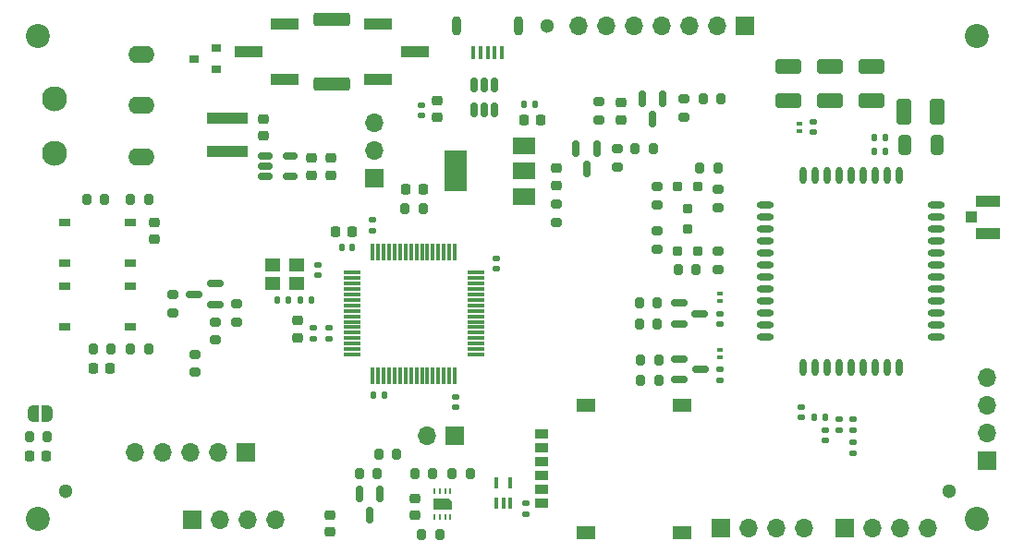
<source format=gbr>
%TF.GenerationSoftware,KiCad,Pcbnew,(6.0.0)*%
%TF.CreationDate,2023-11-18T00:08:50-03:00*%
%TF.ProjectId,LevelSensor_v2.0,4c657665-6c53-4656-9e73-6f725f76322e,rev?*%
%TF.SameCoordinates,Original*%
%TF.FileFunction,Soldermask,Top*%
%TF.FilePolarity,Negative*%
%FSLAX46Y46*%
G04 Gerber Fmt 4.6, Leading zero omitted, Abs format (unit mm)*
G04 Created by KiCad (PCBNEW (6.0.0)) date 2023-11-18 00:08:50*
%MOMM*%
%LPD*%
G01*
G04 APERTURE LIST*
G04 Aperture macros list*
%AMRoundRect*
0 Rectangle with rounded corners*
0 $1 Rounding radius*
0 $2 $3 $4 $5 $6 $7 $8 $9 X,Y pos of 4 corners*
0 Add a 4 corners polygon primitive as box body*
4,1,4,$2,$3,$4,$5,$6,$7,$8,$9,$2,$3,0*
0 Add four circle primitives for the rounded corners*
1,1,$1+$1,$2,$3*
1,1,$1+$1,$4,$5*
1,1,$1+$1,$6,$7*
1,1,$1+$1,$8,$9*
0 Add four rect primitives between the rounded corners*
20,1,$1+$1,$2,$3,$4,$5,0*
20,1,$1+$1,$4,$5,$6,$7,0*
20,1,$1+$1,$6,$7,$8,$9,0*
20,1,$1+$1,$8,$9,$2,$3,0*%
%AMFreePoly0*
4,1,22,0.500000,-0.750000,0.000000,-0.750000,0.000000,-0.745033,-0.079941,-0.743568,-0.215256,-0.701293,-0.333266,-0.622738,-0.424486,-0.514219,-0.481581,-0.384460,-0.499164,-0.250000,-0.500000,-0.250000,-0.500000,0.250000,-0.499164,0.250000,-0.499963,0.256109,-0.478152,0.396186,-0.417904,0.524511,-0.324060,0.630769,-0.204165,0.706417,-0.067858,0.745374,0.000000,0.744959,0.000000,0.750000,
0.500000,0.750000,0.500000,-0.750000,0.500000,-0.750000,$1*%
%AMFreePoly1*
4,1,20,0.000000,0.744959,0.073905,0.744508,0.209726,0.703889,0.328688,0.626782,0.421226,0.519385,0.479903,0.390333,0.500000,0.250000,0.500000,-0.250000,0.499851,-0.262216,0.476331,-0.402017,0.414519,-0.529596,0.319384,-0.634700,0.198574,-0.708877,0.061801,-0.746166,0.000000,-0.745033,0.000000,-0.750000,-0.500000,-0.750000,-0.500000,0.750000,0.000000,0.750000,0.000000,0.744959,
0.000000,0.744959,$1*%
%AMFreePoly2*
4,1,6,0.500000,-0.850000,-0.500000,-0.850000,-0.500000,0.550000,-0.200000,0.850000,0.500000,0.850000,0.500000,-0.850000,0.500000,-0.850000,$1*%
G04 Aperture macros list end*
%ADD10C,1.300000*%
%ADD11R,0.900000X0.800000*%
%ADD12RoundRect,0.218750X0.218750X0.256250X-0.218750X0.256250X-0.218750X-0.256250X0.218750X-0.256250X0*%
%ADD13R,0.600000X0.400000*%
%ADD14R,1.000000X0.750000*%
%ADD15RoundRect,0.200000X0.200000X0.275000X-0.200000X0.275000X-0.200000X-0.275000X0.200000X-0.275000X0*%
%ADD16RoundRect,0.200000X-0.275000X0.200000X-0.275000X-0.200000X0.275000X-0.200000X0.275000X0.200000X0*%
%ADD17C,2.200000*%
%ADD18RoundRect,0.200000X-0.200000X-0.275000X0.200000X-0.275000X0.200000X0.275000X-0.200000X0.275000X0*%
%ADD19RoundRect,0.150000X0.587500X0.150000X-0.587500X0.150000X-0.587500X-0.150000X0.587500X-0.150000X0*%
%ADD20C,2.300000*%
%ADD21RoundRect,0.135000X-0.185000X0.135000X-0.185000X-0.135000X0.185000X-0.135000X0.185000X0.135000X0*%
%ADD22RoundRect,0.218750X-0.218750X-0.256250X0.218750X-0.256250X0.218750X0.256250X-0.218750X0.256250X0*%
%ADD23RoundRect,0.140000X-0.140000X-0.170000X0.140000X-0.170000X0.140000X0.170000X-0.140000X0.170000X0*%
%ADD24R,1.700000X1.700000*%
%ADD25O,1.700000X1.700000*%
%ADD26RoundRect,0.075000X-0.700000X-0.075000X0.700000X-0.075000X0.700000X0.075000X-0.700000X0.075000X0*%
%ADD27RoundRect,0.075000X-0.075000X-0.700000X0.075000X-0.700000X0.075000X0.700000X-0.075000X0.700000X0*%
%ADD28RoundRect,0.150000X-0.587500X-0.150000X0.587500X-0.150000X0.587500X0.150000X-0.587500X0.150000X0*%
%ADD29RoundRect,0.225000X-0.225000X-0.250000X0.225000X-0.250000X0.225000X0.250000X-0.225000X0.250000X0*%
%ADD30O,0.900000X1.800000*%
%ADD31R,0.400000X1.200000*%
%ADD32RoundRect,0.150000X-0.150000X0.587500X-0.150000X-0.587500X0.150000X-0.587500X0.150000X0.587500X0*%
%ADD33RoundRect,0.140000X-0.170000X0.140000X-0.170000X-0.140000X0.170000X-0.140000X0.170000X0.140000X0*%
%ADD34RoundRect,0.250000X-0.412500X-0.925000X0.412500X-0.925000X0.412500X0.925000X-0.412500X0.925000X0*%
%ADD35RoundRect,0.150000X-0.512500X-0.150000X0.512500X-0.150000X0.512500X0.150000X-0.512500X0.150000X0*%
%ADD36RoundRect,0.135000X0.135000X0.185000X-0.135000X0.185000X-0.135000X-0.185000X0.135000X-0.185000X0*%
%ADD37RoundRect,0.225000X-0.250000X0.225000X-0.250000X-0.225000X0.250000X-0.225000X0.250000X0.225000X0*%
%ADD38RoundRect,0.225000X0.250000X-0.225000X0.250000X0.225000X-0.250000X0.225000X-0.250000X-0.225000X0*%
%ADD39RoundRect,0.140000X0.140000X0.170000X-0.140000X0.170000X-0.140000X-0.170000X0.140000X-0.170000X0*%
%ADD40RoundRect,0.140000X0.170000X-0.140000X0.170000X0.140000X-0.170000X0.140000X-0.170000X-0.140000X0*%
%ADD41RoundRect,0.250000X-1.425000X0.362500X-1.425000X-0.362500X1.425000X-0.362500X1.425000X0.362500X0*%
%ADD42RoundRect,0.200000X0.275000X-0.200000X0.275000X0.200000X-0.275000X0.200000X-0.275000X-0.200000X0*%
%ADD43RoundRect,0.100000X-0.300000X-0.350000X0.300000X-0.350000X0.300000X0.350000X-0.300000X0.350000X0*%
%ADD44R,1.800000X1.300000*%
%ADD45R,1.200000X0.900000*%
%ADD46R,2.510000X1.000000*%
%ADD47RoundRect,0.218750X0.256250X-0.218750X0.256250X0.218750X-0.256250X0.218750X-0.256250X-0.218750X0*%
%ADD48RoundRect,0.250000X0.325000X0.650000X-0.325000X0.650000X-0.325000X-0.650000X0.325000X-0.650000X0*%
%ADD49RoundRect,0.100000X0.300000X0.350000X-0.300000X0.350000X-0.300000X-0.350000X0.300000X-0.350000X0*%
%ADD50R,2.000000X1.500000*%
%ADD51R,2.000000X3.800000*%
%ADD52R,0.350000X1.000000*%
%ADD53RoundRect,0.250000X0.925000X-0.412500X0.925000X0.412500X-0.925000X0.412500X-0.925000X-0.412500X0*%
%ADD54R,1.400000X1.200000*%
%ADD55RoundRect,0.218750X-0.256250X0.218750X-0.256250X-0.218750X0.256250X-0.218750X0.256250X0.218750X0*%
%ADD56O,2.400000X1.600000*%
%ADD57RoundRect,0.225000X0.225000X0.250000X-0.225000X0.250000X-0.225000X-0.250000X0.225000X-0.250000X0*%
%ADD58O,1.600000X0.600000*%
%ADD59O,0.600000X1.600000*%
%ADD60FreePoly0,0.000000*%
%ADD61FreePoly1,0.000000*%
%ADD62RoundRect,0.150000X-0.150000X0.512500X-0.150000X-0.512500X0.150000X-0.512500X0.150000X0.512500X0*%
%ADD63RoundRect,0.135000X-0.135000X-0.185000X0.135000X-0.185000X0.135000X0.185000X-0.135000X0.185000X0*%
%ADD64R,0.250000X0.550000*%
%ADD65FreePoly2,270.000000*%
%ADD66R,3.700000X1.100000*%
%ADD67R,1.050000X1.000000*%
%ADD68R,2.200000X1.050000*%
G04 APERTURE END LIST*
D10*
%TO.C,H7*%
X170789600Y-58674000D03*
%TD*%
%TO.C,H6*%
X207619600Y-101371400D03*
%TD*%
%TO.C,H5*%
X126669800Y-101371400D03*
%TD*%
D11*
%TO.C,Q9*%
X140446000Y-62672000D03*
X140446000Y-60772000D03*
X138446000Y-61722000D03*
%TD*%
D12*
%TO.C,D1*%
X124892000Y-98171000D03*
X123317000Y-98171000D03*
%TD*%
D13*
%TO.C,D8*%
X186560700Y-88431200D03*
X186560700Y-89131200D03*
%TD*%
D14*
%TO.C,SW3*%
X126604000Y-76708000D03*
X132604000Y-76708000D03*
X126604000Y-80458000D03*
X132604000Y-80458000D03*
%TD*%
D15*
%TO.C,R9*%
X160909000Y-105359200D03*
X159259000Y-105359200D03*
%TD*%
D16*
%TO.C,R32*%
X171577000Y-75057000D03*
X171577000Y-76707000D03*
%TD*%
D17*
%TO.C,H2*%
X210131660Y-59641740D03*
%TD*%
D15*
%TO.C,R11*%
X155193000Y-99755000D03*
X153543000Y-99755000D03*
%TD*%
D18*
%TO.C,R27*%
X184770100Y-71771900D03*
X186420100Y-71771900D03*
%TD*%
D19*
%TO.C,Q3*%
X140335000Y-84262000D03*
X140335000Y-82362000D03*
X138460000Y-83312000D03*
%TD*%
D20*
%TO.C,J2*%
X125603000Y-65405000D03*
X125603000Y-70405000D03*
%TD*%
D21*
%TO.C,R25*%
X197485000Y-94738000D03*
X197485000Y-95758000D03*
%TD*%
D15*
%TO.C,R4*%
X134239000Y-74616000D03*
X132589000Y-74616000D03*
%TD*%
D22*
%TO.C,D2*%
X157810000Y-73660000D03*
X159385000Y-73660000D03*
%TD*%
D23*
%TO.C,C30*%
X200766800Y-68935600D03*
X201726800Y-68935600D03*
%TD*%
D24*
%TO.C,J4*%
X186690000Y-104775000D03*
D25*
X189230000Y-104775000D03*
X191770000Y-104775000D03*
X194310000Y-104775000D03*
%TD*%
D15*
%TO.C,R3*%
X134239000Y-88332000D03*
X132589000Y-88332000D03*
%TD*%
%TO.C,R18*%
X160274000Y-99771200D03*
X158624000Y-99771200D03*
%TD*%
D24*
%TO.C,J13*%
X211074000Y-98552000D03*
D25*
X211074000Y-96012000D03*
X211074000Y-93472000D03*
X211074000Y-90932000D03*
%TD*%
D26*
%TO.C,U3*%
X152872000Y-81340000D03*
X152872000Y-81840000D03*
X152872000Y-82340000D03*
X152872000Y-82840000D03*
X152872000Y-83340000D03*
X152872000Y-83840000D03*
X152872000Y-84340000D03*
X152872000Y-84840000D03*
X152872000Y-85340000D03*
X152872000Y-85840000D03*
X152872000Y-86340000D03*
X152872000Y-86840000D03*
X152872000Y-87340000D03*
X152872000Y-87840000D03*
X152872000Y-88340000D03*
X152872000Y-88840000D03*
D27*
X154797000Y-90765000D03*
X155297000Y-90765000D03*
X155797000Y-90765000D03*
X156297000Y-90765000D03*
X156797000Y-90765000D03*
X157297000Y-90765000D03*
X157797000Y-90765000D03*
X158297000Y-90765000D03*
X158797000Y-90765000D03*
X159297000Y-90765000D03*
X159797000Y-90765000D03*
X160297000Y-90765000D03*
X160797000Y-90765000D03*
X161297000Y-90765000D03*
X161797000Y-90765000D03*
X162297000Y-90765000D03*
D26*
X164222000Y-88840000D03*
X164222000Y-88340000D03*
X164222000Y-87840000D03*
X164222000Y-87340000D03*
X164222000Y-86840000D03*
X164222000Y-86340000D03*
X164222000Y-85840000D03*
X164222000Y-85340000D03*
X164222000Y-84840000D03*
X164222000Y-84340000D03*
X164222000Y-83840000D03*
X164222000Y-83340000D03*
X164222000Y-82840000D03*
X164222000Y-82340000D03*
X164222000Y-81840000D03*
X164222000Y-81340000D03*
D27*
X162297000Y-79415000D03*
X161797000Y-79415000D03*
X161297000Y-79415000D03*
X160797000Y-79415000D03*
X160297000Y-79415000D03*
X159797000Y-79415000D03*
X159297000Y-79415000D03*
X158797000Y-79415000D03*
X158297000Y-79415000D03*
X157797000Y-79415000D03*
X157297000Y-79415000D03*
X156797000Y-79415000D03*
X156297000Y-79415000D03*
X155797000Y-79415000D03*
X155297000Y-79415000D03*
X154797000Y-79415000D03*
%TD*%
D28*
%TO.C,Q4*%
X182880000Y-84140000D03*
X182880000Y-86040000D03*
X184755000Y-85090000D03*
%TD*%
D16*
%TO.C,R36*%
X186437000Y-79375000D03*
X186437000Y-81025000D03*
%TD*%
D29*
%TO.C,C2*%
X168656000Y-67329420D03*
X170206000Y-67329420D03*
%TD*%
D24*
%TO.C,J10*%
X138224260Y-103987600D03*
D25*
X140764260Y-103987600D03*
X143304260Y-103987600D03*
X145844260Y-103987600D03*
%TD*%
D30*
%TO.C,J3*%
X162503600Y-58677200D03*
X168153600Y-58677200D03*
D31*
X166628600Y-61177200D03*
X165978600Y-61177200D03*
X165328600Y-61177200D03*
X164678600Y-61177200D03*
X164028600Y-61177200D03*
%TD*%
D32*
%TO.C,Q2*%
X181356000Y-65405000D03*
X179456000Y-65405000D03*
X180406000Y-67280000D03*
%TD*%
D24*
%TO.C,J7*%
X154936000Y-72644000D03*
D25*
X154936000Y-70104000D03*
X154936000Y-67564000D03*
%TD*%
D33*
%TO.C,C31*%
X186560700Y-90226000D03*
X186560700Y-91186000D03*
%TD*%
D34*
%TO.C,C37*%
X203454000Y-66548000D03*
X206529000Y-66548000D03*
%TD*%
D35*
%TO.C,U1*%
X144968800Y-70617000D03*
X144968800Y-71567000D03*
X144968800Y-72517000D03*
X147243800Y-72517000D03*
X147243800Y-70617000D03*
%TD*%
D32*
%TO.C,Q5*%
X175326000Y-69977000D03*
X173426000Y-69977000D03*
X174376000Y-71852000D03*
%TD*%
D36*
%TO.C,R22*%
X196215000Y-94615000D03*
X195195000Y-94615000D03*
%TD*%
D37*
%TO.C,C20*%
X158623000Y-102031200D03*
X158623000Y-103581200D03*
%TD*%
D33*
%TO.C,C26*%
X196215000Y-95758000D03*
X196215000Y-96718000D03*
%TD*%
D38*
%TO.C,C7*%
X149148800Y-72390000D03*
X149148800Y-70840000D03*
%TD*%
D39*
%TO.C,C16*%
X152908000Y-78994000D03*
X151948000Y-78994000D03*
%TD*%
D38*
%TO.C,C21*%
X150876000Y-105131200D03*
X150876000Y-103581200D03*
%TD*%
D40*
%TO.C,C23*%
X194056000Y-94615000D03*
X194056000Y-93655000D03*
%TD*%
D23*
%TO.C,C39*%
X200766800Y-70205600D03*
X201726800Y-70205600D03*
%TD*%
D41*
%TO.C,R1*%
X151028400Y-58099100D03*
X151028400Y-64024100D03*
%TD*%
D42*
%TO.C,R14*%
X140335000Y-87502000D03*
X140335000Y-85852000D03*
%TD*%
D15*
%TO.C,R30*%
X180467000Y-69977000D03*
X178817000Y-69977000D03*
%TD*%
D43*
%TO.C,Q7*%
X182693000Y-79343000D03*
X184593000Y-79343000D03*
X183643000Y-77343000D03*
%TD*%
D42*
%TO.C,R16*%
X136448800Y-85000600D03*
X136448800Y-83350600D03*
%TD*%
D15*
%TO.C,R7*%
X159385000Y-75438000D03*
X157735000Y-75438000D03*
%TD*%
D18*
%TO.C,R28*%
X179322700Y-89319200D03*
X180972700Y-89319200D03*
%TD*%
D16*
%TO.C,R15*%
X142291000Y-84202000D03*
X142291000Y-85852000D03*
%TD*%
D14*
%TO.C,SW2*%
X126604000Y-82550000D03*
X132604000Y-82550000D03*
X126604000Y-86300000D03*
X132604000Y-86300000D03*
%TD*%
D44*
%TO.C,J12*%
X174361000Y-105169000D03*
X183161000Y-105169000D03*
X183161000Y-93459000D03*
X174361000Y-93459000D03*
D45*
X170261000Y-102489000D03*
X170261000Y-99949000D03*
X170261000Y-97409000D03*
X170261000Y-101219000D03*
X170261000Y-98679000D03*
X170261000Y-96139000D03*
%TD*%
D46*
%TO.C,J5*%
X146714400Y-63601600D03*
X143404400Y-61061600D03*
X146714400Y-58521600D03*
%TD*%
D15*
%TO.C,R2*%
X124967000Y-96393000D03*
X123317000Y-96393000D03*
%TD*%
%TO.C,R20*%
X186690000Y-65405000D03*
X185040000Y-65405000D03*
%TD*%
D47*
%TO.C,D3*%
X177546000Y-67310000D03*
X177546000Y-65735000D03*
%TD*%
D23*
%TO.C,C3*%
X168684000Y-65927000D03*
X169644000Y-65927000D03*
%TD*%
D40*
%TO.C,C29*%
X195173600Y-68473200D03*
X195173600Y-67513200D03*
%TD*%
D48*
%TO.C,C38*%
X206454800Y-69646800D03*
X203504800Y-69646800D03*
%TD*%
D49*
%TO.C,Q6*%
X184576100Y-73454900D03*
X182676100Y-73454900D03*
X183626100Y-75454900D03*
%TD*%
D50*
%TO.C,U2*%
X168656000Y-74323000D03*
X168656000Y-72023000D03*
D51*
X162356000Y-72023000D03*
D50*
X168656000Y-69723000D03*
%TD*%
D52*
%TO.C,U6*%
X166101000Y-102489000D03*
X166751000Y-102489000D03*
X167401000Y-102489000D03*
X167401000Y-100589000D03*
X166101000Y-100589000D03*
%TD*%
D53*
%TO.C,C27*%
X192887600Y-65532000D03*
X192887600Y-62457000D03*
%TD*%
D18*
%TO.C,R12*%
X179198000Y-86035400D03*
X180848000Y-86035400D03*
%TD*%
D33*
%TO.C,C34*%
X186563000Y-85090000D03*
X186563000Y-86050000D03*
%TD*%
D54*
%TO.C,Y1*%
X147789000Y-80596000D03*
X145589000Y-80596000D03*
X145589000Y-82296000D03*
X147789000Y-82296000D03*
%TD*%
D21*
%TO.C,R24*%
X198755000Y-94742000D03*
X198755000Y-95762000D03*
%TD*%
D55*
%TO.C,L2*%
X147929600Y-85699400D03*
X147929600Y-87274400D03*
%TD*%
D40*
%TO.C,C13*%
X149352000Y-87376000D03*
X149352000Y-86416000D03*
%TD*%
D56*
%TO.C,SW1*%
X133604000Y-61315600D03*
X133604000Y-66015600D03*
X133604000Y-70715600D03*
%TD*%
D15*
%TO.C,R33*%
X184404000Y-81026000D03*
X182754000Y-81026000D03*
%TD*%
D42*
%TO.C,R34*%
X180832100Y-75112100D03*
X180832100Y-73462100D03*
%TD*%
D16*
%TO.C,R21*%
X183261000Y-65405000D03*
X183261000Y-67055000D03*
%TD*%
D15*
%TO.C,R13*%
X180848000Y-84105000D03*
X179198000Y-84105000D03*
%TD*%
D57*
%TO.C,C10*%
X130760000Y-90110000D03*
X129210000Y-90110000D03*
%TD*%
D58*
%TO.C,U7*%
X190752600Y-75152200D03*
X190752600Y-76252200D03*
X190752600Y-77352200D03*
X190752600Y-78452200D03*
X190752600Y-79552200D03*
X190752600Y-80652200D03*
X190752600Y-81752200D03*
X190752600Y-82852200D03*
X190752600Y-83952200D03*
X190752600Y-85052200D03*
X190752600Y-86152200D03*
X190752600Y-87252200D03*
D59*
X194202600Y-90002200D03*
X195302600Y-90002200D03*
X196402600Y-90002200D03*
X197502600Y-90002200D03*
X198602600Y-90002200D03*
X199702600Y-90002200D03*
X200802600Y-90002200D03*
X201902600Y-90002200D03*
X203002600Y-90002200D03*
D58*
X206452600Y-87252200D03*
X206452600Y-86152200D03*
X206452600Y-85052200D03*
X206452600Y-83952200D03*
X206452600Y-82852200D03*
X206452600Y-81752200D03*
X206452600Y-80652200D03*
X206452600Y-79552200D03*
X206452600Y-78452200D03*
X206452600Y-77352200D03*
X206452600Y-76252200D03*
X206452600Y-75152200D03*
D59*
X203002600Y-72402200D03*
X201902600Y-72402200D03*
X200802600Y-72402200D03*
X199702600Y-72402200D03*
X198602600Y-72402200D03*
X197502600Y-72402200D03*
X196402600Y-72402200D03*
X195302600Y-72402200D03*
X194202600Y-72402200D03*
%TD*%
D53*
%TO.C,C32*%
X200507600Y-65532000D03*
X200507600Y-62457000D03*
%TD*%
D17*
%TO.C,H4*%
X124155200Y-103883460D03*
%TD*%
D53*
%TO.C,C28*%
X196697600Y-65532000D03*
X196697600Y-62457000D03*
%TD*%
D40*
%TO.C,C14*%
X154737000Y-77470000D03*
X154737000Y-76510000D03*
%TD*%
D60*
%TO.C,R37*%
X123668000Y-94284800D03*
D61*
X124968000Y-94284800D03*
%TD*%
D28*
%TO.C,Q8*%
X182907700Y-89248000D03*
X182907700Y-91148000D03*
X184782700Y-90198000D03*
%TD*%
D40*
%TO.C,C4*%
X159258000Y-66923800D03*
X159258000Y-65963800D03*
%TD*%
D38*
%TO.C,C6*%
X160655000Y-67106800D03*
X160655000Y-65556800D03*
%TD*%
D62*
%TO.C,U5*%
X165948400Y-64140500D03*
X164998400Y-64140500D03*
X164048400Y-64140500D03*
X164048400Y-66415500D03*
X164998400Y-66415500D03*
X165948400Y-66415500D03*
%TD*%
D37*
%TO.C,C1*%
X144780000Y-67208400D03*
X144780000Y-68758400D03*
%TD*%
D63*
%TO.C,R8*%
X148130800Y-83820000D03*
X149150800Y-83820000D03*
%TD*%
D17*
%TO.C,H1*%
X124155200Y-59641740D03*
%TD*%
D15*
%TO.C,R5*%
X130810000Y-88332000D03*
X129160000Y-88332000D03*
%TD*%
D42*
%TO.C,R26*%
X186420100Y-75374000D03*
X186420100Y-73724000D03*
%TD*%
D39*
%TO.C,C9*%
X155829000Y-92583000D03*
X154869000Y-92583000D03*
%TD*%
D15*
%TO.C,R29*%
X180972700Y-91224200D03*
X179322700Y-91224200D03*
%TD*%
D64*
%TO.C,U4*%
X161913000Y-101390200D03*
X161413000Y-101390200D03*
X160913000Y-101390200D03*
X160413000Y-101390200D03*
X160413000Y-103740200D03*
X160913000Y-103740200D03*
X161413000Y-103740200D03*
X161913000Y-103740200D03*
D65*
X161163000Y-102565200D03*
%TD*%
D57*
%TO.C,C8*%
X152908000Y-77571600D03*
X151358000Y-77571600D03*
%TD*%
D37*
%TO.C,C11*%
X134747000Y-76708000D03*
X134747000Y-78258000D03*
%TD*%
D16*
%TO.C,R23*%
X175514000Y-65660000D03*
X175514000Y-67310000D03*
%TD*%
D46*
%TO.C,J8*%
X155313000Y-58521600D03*
X158623000Y-61061600D03*
X155313000Y-63601600D03*
%TD*%
D13*
%TO.C,D6*%
X186563000Y-83247000D03*
X186563000Y-83947000D03*
%TD*%
D17*
%TO.C,H3*%
X210131660Y-103883460D03*
%TD*%
D38*
%TO.C,C5*%
X150926800Y-72390000D03*
X150926800Y-70840000D03*
%TD*%
D13*
%TO.C,D4*%
X193852800Y-68365600D03*
X193852800Y-67665600D03*
%TD*%
D42*
%TO.C,R35*%
X180848000Y-79184000D03*
X180848000Y-77534000D03*
%TD*%
D32*
%TO.C,Q1*%
X155443000Y-101660000D03*
X153543000Y-101660000D03*
X154493000Y-103535000D03*
%TD*%
D16*
%TO.C,R31*%
X177166000Y-69977000D03*
X177166000Y-71627000D03*
%TD*%
D33*
%TO.C,C24*%
X198755000Y-96901000D03*
X198755000Y-97861000D03*
%TD*%
D66*
%TO.C,L1*%
X141478000Y-67205600D03*
X141478000Y-70205600D03*
%TD*%
D33*
%TO.C,C12*%
X162357000Y-92710000D03*
X162357000Y-93670000D03*
%TD*%
%TO.C,C25*%
X168783000Y-102489000D03*
X168783000Y-103449000D03*
%TD*%
D18*
%TO.C,R19*%
X162052000Y-99771200D03*
X163702000Y-99771200D03*
%TD*%
D15*
%TO.C,R6*%
X130251200Y-74616000D03*
X128601200Y-74616000D03*
%TD*%
D24*
%TO.C,J15*%
X143129000Y-97790000D03*
D25*
X140589000Y-97790000D03*
X138049000Y-97790000D03*
X135509000Y-97790000D03*
X132969000Y-97790000D03*
%TD*%
D40*
%TO.C,C15*%
X150774400Y-87376000D03*
X150774400Y-86416000D03*
%TD*%
D39*
%TO.C,C19*%
X147038000Y-83820000D03*
X146078000Y-83820000D03*
%TD*%
D24*
%TO.C,J1*%
X197993000Y-104775000D03*
D25*
X200533000Y-104775000D03*
X203073000Y-104775000D03*
X205613000Y-104775000D03*
%TD*%
D24*
%TO.C,J9*%
X188849000Y-58674000D03*
D25*
X186309000Y-58674000D03*
X183769000Y-58674000D03*
X181229000Y-58674000D03*
X178689000Y-58674000D03*
X176149000Y-58674000D03*
X173609000Y-58674000D03*
%TD*%
D24*
%TO.C,J11*%
X162311000Y-96266000D03*
D25*
X159771000Y-96266000D03*
%TD*%
D15*
%TO.C,R10*%
X156972000Y-97977000D03*
X155322000Y-97977000D03*
%TD*%
D40*
%TO.C,C18*%
X166116000Y-80998000D03*
X166116000Y-80038000D03*
%TD*%
D33*
%TO.C,C17*%
X149758400Y-80619600D03*
X149758400Y-81579600D03*
%TD*%
D42*
%TO.C,R17*%
X138480800Y-90487000D03*
X138480800Y-88837000D03*
%TD*%
D55*
%TO.C,D7*%
X171577000Y-71755000D03*
X171577000Y-73330000D03*
%TD*%
D67*
%TO.C,J14*%
X209647000Y-76250800D03*
D68*
X211172000Y-74775800D03*
X211172000Y-77725800D03*
%TD*%
M02*

</source>
